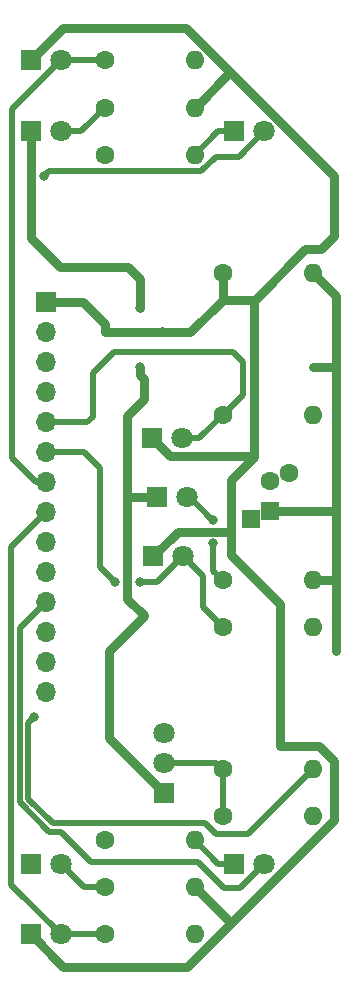
<source format=gtl>
G04 #@! TF.GenerationSoftware,KiCad,Pcbnew,8.0.6*
G04 #@! TF.CreationDate,2024-10-20T17:09:58+01:00*
G04 #@! TF.ProjectId,line-sensor-mini-kes,6c696e65-2d73-4656-9e73-6f722d6d696e,rev?*
G04 #@! TF.SameCoordinates,Original*
G04 #@! TF.FileFunction,Copper,L1,Top*
G04 #@! TF.FilePolarity,Positive*
%FSLAX46Y46*%
G04 Gerber Fmt 4.6, Leading zero omitted, Abs format (unit mm)*
G04 Created by KiCad (PCBNEW 8.0.6) date 2024-10-20 17:09:58*
%MOMM*%
%LPD*%
G01*
G04 APERTURE LIST*
G04 #@! TA.AperFunction,ComponentPad*
%ADD10R,1.800000X1.800000*%
G04 #@! TD*
G04 #@! TA.AperFunction,ComponentPad*
%ADD11C,1.800000*%
G04 #@! TD*
G04 #@! TA.AperFunction,ComponentPad*
%ADD12C,1.600000*%
G04 #@! TD*
G04 #@! TA.AperFunction,ComponentPad*
%ADD13O,1.600000X1.600000*%
G04 #@! TD*
G04 #@! TA.AperFunction,ComponentPad*
%ADD14R,1.600000X1.600000*%
G04 #@! TD*
G04 #@! TA.AperFunction,ComponentPad*
%ADD15R,1.700000X1.700000*%
G04 #@! TD*
G04 #@! TA.AperFunction,ComponentPad*
%ADD16O,1.700000X1.700000*%
G04 #@! TD*
G04 #@! TA.AperFunction,ViaPad*
%ADD17C,0.800000*%
G04 #@! TD*
G04 #@! TA.AperFunction,Conductor*
%ADD18C,0.750000*%
G04 #@! TD*
G04 #@! TA.AperFunction,Conductor*
%ADD19C,0.500000*%
G04 #@! TD*
G04 #@! TA.AperFunction,Conductor*
%ADD20C,0.250000*%
G04 #@! TD*
G04 APERTURE END LIST*
D10*
X152000000Y-130000000D03*
D11*
X152000000Y-127460000D03*
X152000000Y-124920000D03*
D12*
X157000000Y-112000000D03*
D13*
X164620000Y-112000000D03*
D12*
X157000000Y-116000000D03*
D13*
X164620000Y-116000000D03*
D12*
X157000000Y-98000000D03*
D13*
X164620000Y-98000000D03*
D12*
X147000000Y-142000000D03*
D13*
X154620000Y-142000000D03*
D10*
X158000000Y-136000000D03*
D11*
X160540000Y-136000000D03*
D12*
X147000000Y-72000000D03*
D13*
X154620000Y-72000000D03*
D12*
X157000000Y-128000000D03*
D13*
X164620000Y-128000000D03*
D12*
X147000000Y-134000000D03*
D13*
X154620000Y-134000000D03*
D10*
X158000000Y-74000000D03*
D11*
X160540000Y-74000000D03*
D12*
X147000000Y-68000000D03*
D13*
X154620000Y-68000000D03*
D12*
X147000000Y-138000000D03*
D13*
X154620000Y-138000000D03*
D14*
X159400000Y-106788614D03*
X161000000Y-106117677D03*
D12*
X161000000Y-103617677D03*
X162600000Y-102946740D03*
X157000000Y-132000000D03*
D13*
X164620000Y-132000000D03*
D12*
X147000000Y-76000000D03*
D13*
X154620000Y-76000000D03*
D12*
X157000000Y-86000000D03*
D13*
X164620000Y-86000000D03*
D10*
X140750000Y-74000000D03*
D11*
X143290000Y-74000000D03*
D10*
X151030000Y-100000000D03*
D11*
X153570000Y-100000000D03*
D10*
X151425000Y-105000000D03*
D11*
X153965000Y-105000000D03*
D10*
X140730000Y-142000000D03*
D11*
X143270000Y-142000000D03*
D10*
X140750000Y-136000000D03*
D11*
X143290000Y-136000000D03*
D15*
X142000000Y-88490000D03*
D16*
X142000000Y-91030000D03*
X142000000Y-93570000D03*
X142000000Y-96110000D03*
X142000000Y-98650000D03*
X142000000Y-101190000D03*
X142000000Y-103730000D03*
X142000000Y-106270000D03*
X142000000Y-108810000D03*
X142000000Y-111350000D03*
X142000000Y-113890000D03*
X142000000Y-116430000D03*
X142000000Y-118970000D03*
X142000000Y-121510000D03*
D10*
X140730000Y-68000000D03*
D11*
X143270000Y-68000000D03*
D10*
X151130000Y-110000000D03*
D11*
X153670000Y-110000000D03*
D17*
X141000000Y-123600000D03*
X141900000Y-77800000D03*
X150000000Y-94000000D03*
X150000000Y-89000000D03*
X147900000Y-112200000D03*
X150000000Y-112200000D03*
X156200000Y-108900000D03*
X156200000Y-106900000D03*
D18*
X157000000Y-88250000D02*
X154250000Y-91000000D01*
X165144031Y-126044031D02*
X166444031Y-127344031D01*
X154620000Y-72000000D02*
X157532638Y-69087362D01*
X157474500Y-107925500D02*
X157700000Y-107700000D01*
X151130000Y-110000000D02*
X153204500Y-107925500D01*
X166444031Y-127344031D02*
X166444031Y-132321449D01*
X153204500Y-107925500D02*
X157474500Y-107925500D01*
X154015480Y-144750000D02*
X143500000Y-144750000D01*
X159525000Y-101475000D02*
X159625000Y-101575000D01*
X151030000Y-100000000D02*
X152505000Y-101475000D01*
X159750000Y-88250000D02*
X164000000Y-84000000D01*
X165300000Y-84000000D02*
X166444031Y-82855969D01*
X154620000Y-138000000D02*
X157602740Y-140982740D01*
X164000000Y-84000000D02*
X165300000Y-84000000D01*
X157000000Y-88250000D02*
X159650000Y-88250000D01*
X157532638Y-69087362D02*
X157712638Y-69087362D01*
X147000000Y-91000000D02*
X147000000Y-90280000D01*
X154015480Y-144750000D02*
X157782740Y-140982740D01*
X145210000Y-88490000D02*
X142000000Y-88490000D01*
X166444031Y-82855969D02*
X166444031Y-77818756D01*
X161844031Y-114044031D02*
X157700000Y-109900000D01*
X159625000Y-88275000D02*
X159650000Y-88250000D01*
X154250000Y-91000000D02*
X151900000Y-91000000D01*
X147000000Y-90280000D02*
X145210000Y-88490000D01*
X159625000Y-101575000D02*
X159625000Y-88275000D01*
X143500000Y-144750000D02*
X140750000Y-142000000D01*
X153875276Y-65250000D02*
X143500000Y-65250000D01*
X151750000Y-91000000D02*
X147000000Y-91000000D01*
X161844031Y-126044031D02*
X161844031Y-114044031D01*
X151875000Y-90875000D02*
X151750000Y-91000000D01*
X153875276Y-65250000D02*
X157712638Y-69087362D01*
X166444031Y-77818756D02*
X157712638Y-69087362D01*
X159650000Y-88250000D02*
X159750000Y-88250000D01*
X143500000Y-65250000D02*
X140750000Y-68000000D01*
X157000000Y-86000000D02*
X157000000Y-88250000D01*
X140730000Y-68000000D02*
X143480000Y-65250000D01*
X157700000Y-109900000D02*
X157700000Y-107700000D01*
X152505000Y-101475000D02*
X159525000Y-101475000D01*
X166444031Y-132321449D02*
X157782740Y-140982740D01*
X157602740Y-140982740D02*
X157782740Y-140982740D01*
X157700000Y-107700000D02*
X157700000Y-103500000D01*
X157700000Y-103500000D02*
X159625000Y-101575000D01*
X143480000Y-65250000D02*
X153875276Y-65250000D01*
X161844031Y-126044031D02*
X165144031Y-126044031D01*
D19*
X145890242Y-135900000D02*
X143289743Y-133299501D01*
X139800000Y-116090000D02*
X142000000Y-113890000D01*
X157100000Y-138100000D02*
X154900000Y-135900000D01*
X158440000Y-138100000D02*
X157100000Y-138100000D01*
X154900000Y-135900000D02*
X145890242Y-135900000D01*
X142310257Y-133299501D02*
X139800000Y-130789244D01*
X139800000Y-130789244D02*
X139800000Y-116090000D01*
X160540000Y-136000000D02*
X158440000Y-138100000D01*
X143289743Y-133299501D02*
X142310257Y-133299501D01*
X140500000Y-124100000D02*
X140500000Y-130500000D01*
X141000000Y-123600000D02*
X140500000Y-124100000D01*
X159120000Y-133500000D02*
X164620000Y-128000000D01*
X155500000Y-132600000D02*
X156400000Y-133500000D01*
X142600000Y-132600000D02*
X155500000Y-132600000D01*
X140500000Y-130500000D02*
X142600000Y-132600000D01*
X156400000Y-133500000D02*
X159120000Y-133500000D01*
X155200000Y-77400000D02*
X156430000Y-76170000D01*
X156430000Y-76170000D02*
X158370000Y-76170000D01*
X142300000Y-77400000D02*
X155200000Y-77400000D01*
X141900000Y-77800000D02*
X142300000Y-77400000D01*
X158370000Y-76170000D02*
X160540000Y-74000000D01*
D18*
X150000000Y-94000000D02*
X150000000Y-94675000D01*
X148900000Y-113575000D02*
X148900000Y-105000000D01*
X150000000Y-86500000D02*
X149000000Y-85500000D01*
X150325000Y-96650000D02*
X150325000Y-95000000D01*
X142075000Y-84325000D02*
X140750000Y-83000000D01*
X152000000Y-130000000D02*
X147400000Y-125400000D01*
X149000000Y-85500000D02*
X143250000Y-85500000D01*
X147400000Y-118000000D02*
X150325000Y-115075000D01*
X150325000Y-115000000D02*
X148900000Y-113575000D01*
X147400000Y-125400000D02*
X147400000Y-118000000D01*
X140750000Y-83000000D02*
X140750000Y-74000000D01*
X150000000Y-86500000D02*
X150000000Y-89000000D01*
X150000000Y-94675000D02*
X150325000Y-95000000D01*
X151425000Y-105000000D02*
X148900000Y-105000000D01*
X148900000Y-105000000D02*
X148900000Y-98075000D01*
D19*
X142075000Y-84325000D02*
X142350000Y-84600000D01*
D18*
X148900000Y-98075000D02*
X150325000Y-96650000D01*
X143250000Y-85500000D02*
X142075000Y-84325000D01*
D19*
X146000000Y-94500000D02*
X147800000Y-92700000D01*
X147800000Y-92700000D02*
X157900000Y-92700000D01*
X146000000Y-98200000D02*
X146000000Y-94500000D01*
X158700000Y-93500000D02*
X158700000Y-96300000D01*
X145550000Y-98650000D02*
X146000000Y-98200000D01*
X155000000Y-100000000D02*
X157000000Y-98000000D01*
X157900000Y-92700000D02*
X158700000Y-93500000D01*
X158700000Y-96300000D02*
X157000000Y-98000000D01*
X142000000Y-98650000D02*
X145550000Y-98650000D01*
X153570000Y-100000000D02*
X155000000Y-100000000D01*
X146600000Y-110900000D02*
X146600000Y-102500000D01*
X147900000Y-112200000D02*
X146600000Y-110900000D01*
X146600000Y-102500000D02*
X145290000Y-101190000D01*
X155300000Y-111630000D02*
X155300000Y-114300000D01*
X155300000Y-114300000D02*
X157000000Y-116000000D01*
X145290000Y-101190000D02*
X142000000Y-101190000D01*
X150000000Y-112200000D02*
X151470000Y-112200000D01*
X151470000Y-112200000D02*
X153670000Y-110000000D01*
X153670000Y-110000000D02*
X155300000Y-111630000D01*
X139100499Y-137830499D02*
X143270000Y-142000000D01*
X142000000Y-106270000D02*
X139100499Y-109169501D01*
D20*
X139000000Y-109270000D02*
X142000000Y-106270000D01*
D19*
X143270000Y-142000000D02*
X147000000Y-142000000D01*
X139100499Y-109169501D02*
X139100499Y-137830499D01*
D18*
X161000000Y-106117677D02*
X166482323Y-106117677D01*
X166605000Y-111795000D02*
X166605000Y-105995000D01*
X166605000Y-93895000D02*
X166605000Y-87985000D01*
X166482323Y-106117677D02*
X166605000Y-105995000D01*
X166605000Y-118015000D02*
X166605000Y-111795000D01*
X164620000Y-94000000D02*
X166500000Y-94000000D01*
X166400000Y-112000000D02*
X166605000Y-111795000D01*
X166605000Y-105995000D02*
X166605000Y-93895000D01*
X164620000Y-112000000D02*
X166400000Y-112000000D01*
X166500000Y-94000000D02*
X166605000Y-93895000D01*
X166605000Y-87985000D02*
X164620000Y-86000000D01*
D19*
X139150500Y-72139500D02*
X139150500Y-101650500D01*
X142000000Y-103730000D02*
X141230000Y-103730000D01*
X141230000Y-103730000D02*
X140000000Y-102500000D01*
X147000000Y-68000000D02*
X143290000Y-68000000D01*
X139150500Y-101650500D02*
X140250000Y-102750000D01*
X143290000Y-68000000D02*
X139150500Y-72139500D01*
X145000000Y-74000000D02*
X147000000Y-72000000D01*
X143290000Y-74000000D02*
X145000000Y-74000000D01*
X156200001Y-111200001D02*
X156200000Y-108900000D01*
X157000000Y-112000000D02*
X156200001Y-111200001D01*
X154200000Y-105000000D02*
X156100000Y-106900000D01*
X156100000Y-106900000D02*
X156200000Y-106900000D01*
X145290000Y-138000000D02*
X147000000Y-138000000D01*
X143290000Y-136000000D02*
X145290000Y-138000000D01*
X158000000Y-74000000D02*
X156620000Y-74000000D01*
X156620000Y-74000000D02*
X154620000Y-76000000D01*
X154620000Y-134000000D02*
X156620000Y-136000000D01*
X156620000Y-136000000D02*
X158000000Y-136000000D01*
X157000000Y-128000000D02*
X157000000Y-132000000D01*
X156460000Y-127460000D02*
X157000000Y-128000000D01*
X152000000Y-127460000D02*
X156460000Y-127460000D01*
M02*

</source>
